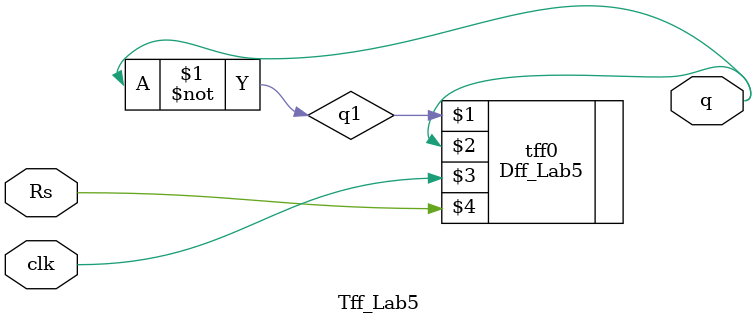
<source format=v>
`timescale 1ns / 1ps


module Tff_Lab5(q, clk , Rs );
input clk, Rs;
output  q;
wire q1;


//instantiatio
Dff_Lab5    tff0(q1, q, clk, Rs);
not n1(q1, q);

endmodule

</source>
